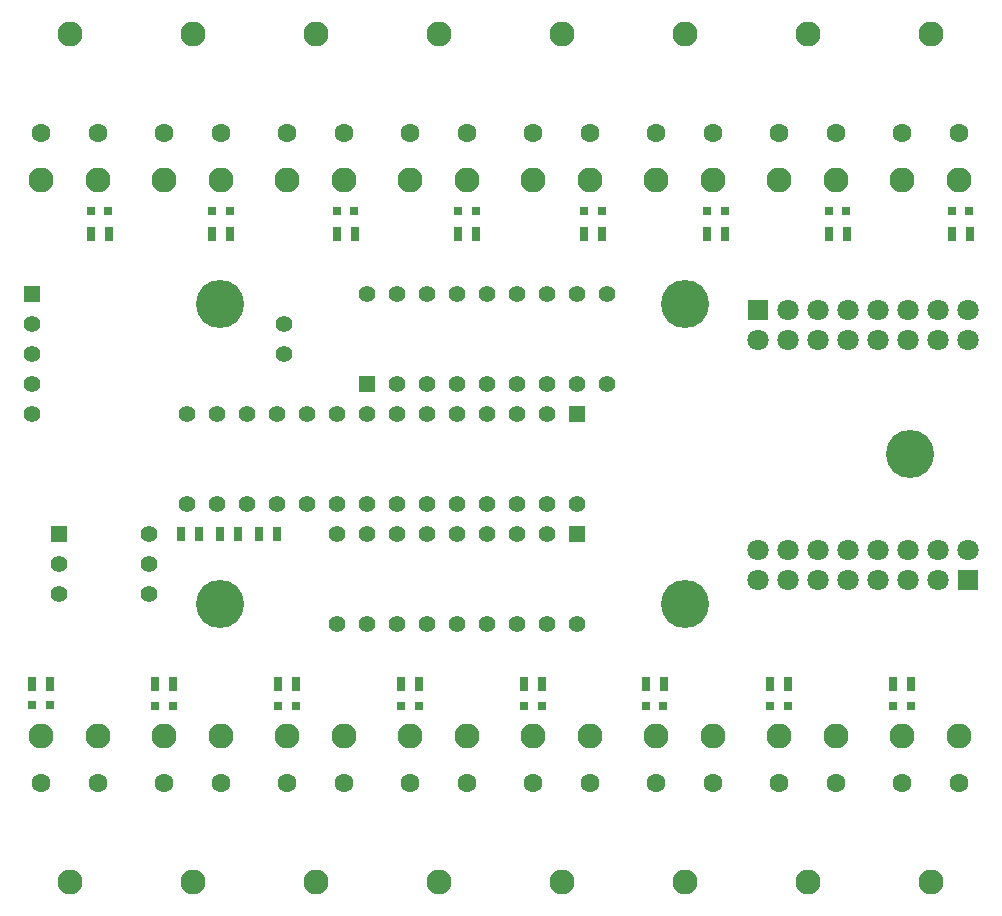
<source format=gts>
G04 (created by PCBNEW (2013-07-07 BZR 4022)-stable) date 3/14/2014 4:09:09 PM*
%MOIN*%
G04 Gerber Fmt 3.4, Leading zero omitted, Abs format*
%FSLAX34Y34*%
G01*
G70*
G90*
G04 APERTURE LIST*
%ADD10C,0.00590551*%
%ADD11R,0.025X0.045*%
%ADD12R,0.055X0.055*%
%ADD13C,0.055*%
%ADD14R,0.0314X0.0314*%
%ADD15C,0.083*%
%ADD16C,0.063*%
%ADD17R,0.0708661X0.0708661*%
%ADD18C,0.0708661*%
%ADD19C,0.16*%
G04 APERTURE END LIST*
G54D10*
G54D11*
X62750Y-35500D03*
X63350Y-35500D03*
X58650Y-35500D03*
X59250Y-35500D03*
X66800Y-35500D03*
X67400Y-35500D03*
X46250Y-35500D03*
X46850Y-35500D03*
X61300Y-50500D03*
X60700Y-50500D03*
X49050Y-50500D03*
X48450Y-50500D03*
X44950Y-50500D03*
X44350Y-50500D03*
X50400Y-35500D03*
X51000Y-35500D03*
X65450Y-50500D03*
X64850Y-50500D03*
X70900Y-35500D03*
X71500Y-35500D03*
X47800Y-45500D03*
X48400Y-45500D03*
X45200Y-45500D03*
X45800Y-45500D03*
X46500Y-45500D03*
X47100Y-45500D03*
X54450Y-35500D03*
X55050Y-35500D03*
X69550Y-50500D03*
X68950Y-50500D03*
X40250Y-50500D03*
X40850Y-50500D03*
X53150Y-50500D03*
X52550Y-50500D03*
X42200Y-35500D03*
X42800Y-35500D03*
X57250Y-50500D03*
X56650Y-50500D03*
G54D12*
X40250Y-37500D03*
G54D13*
X40250Y-38500D03*
X40250Y-39500D03*
X40250Y-40500D03*
X40250Y-41500D03*
G54D14*
X40255Y-51200D03*
X40845Y-51200D03*
X55045Y-34750D03*
X54455Y-34750D03*
X50995Y-34750D03*
X50405Y-34750D03*
X67395Y-34750D03*
X66805Y-34750D03*
X56655Y-51250D03*
X57245Y-51250D03*
X71495Y-34750D03*
X70905Y-34750D03*
X44355Y-51250D03*
X44945Y-51250D03*
X68955Y-51250D03*
X69545Y-51250D03*
X52555Y-51250D03*
X53145Y-51250D03*
X42795Y-34750D03*
X42205Y-34750D03*
X59245Y-34750D03*
X58655Y-34750D03*
X64855Y-51250D03*
X65445Y-51250D03*
X48455Y-51250D03*
X49045Y-51250D03*
X46845Y-34750D03*
X46255Y-34750D03*
X63345Y-34750D03*
X62755Y-34750D03*
X60705Y-51250D03*
X61295Y-51250D03*
G54D12*
X41150Y-45500D03*
G54D13*
X41150Y-46500D03*
X41150Y-47500D03*
X44150Y-47500D03*
X44150Y-46500D03*
X44150Y-45500D03*
X57400Y-41500D03*
X56400Y-41500D03*
X55400Y-41500D03*
X54400Y-41500D03*
X53400Y-41500D03*
X52400Y-41500D03*
X51400Y-41500D03*
X50400Y-41500D03*
X49400Y-41500D03*
X48400Y-41500D03*
X47400Y-41500D03*
X46400Y-41500D03*
X45400Y-41500D03*
G54D12*
X58400Y-41500D03*
G54D13*
X45400Y-44500D03*
X46400Y-44500D03*
X47400Y-44500D03*
X48400Y-44500D03*
X49400Y-44500D03*
X50400Y-44500D03*
X51400Y-44500D03*
X52400Y-44500D03*
X53400Y-44500D03*
X54400Y-44500D03*
X55400Y-44500D03*
X56400Y-44500D03*
X57400Y-44500D03*
X58400Y-44500D03*
G54D12*
X51400Y-40500D03*
G54D13*
X52400Y-40500D03*
X53400Y-40500D03*
X54400Y-40500D03*
X55400Y-40500D03*
X56400Y-40500D03*
X57400Y-40500D03*
X58400Y-40500D03*
X59400Y-40500D03*
X59400Y-37500D03*
X58400Y-37500D03*
X57400Y-37500D03*
X56400Y-37500D03*
X55400Y-37500D03*
X54400Y-37500D03*
X53400Y-37500D03*
X52400Y-37500D03*
X51400Y-37500D03*
G54D12*
X58400Y-45500D03*
G54D13*
X57400Y-45500D03*
X56400Y-45500D03*
X55400Y-45500D03*
X54400Y-45500D03*
X53400Y-45500D03*
X52400Y-45500D03*
X51400Y-45500D03*
X50400Y-45500D03*
X50400Y-48500D03*
X51400Y-48500D03*
X52400Y-48500D03*
X53400Y-48500D03*
X54400Y-48500D03*
X55400Y-48500D03*
X56400Y-48500D03*
X57400Y-48500D03*
X58400Y-48500D03*
X48650Y-39500D03*
X48650Y-38500D03*
G54D15*
X41500Y-28850D03*
G54D16*
X40550Y-32150D03*
X42450Y-32150D03*
G54D15*
X40550Y-33720D03*
X42450Y-33720D03*
X45600Y-28850D03*
G54D16*
X44650Y-32150D03*
X46550Y-32150D03*
G54D15*
X44650Y-33720D03*
X46550Y-33720D03*
X49700Y-28850D03*
G54D16*
X48750Y-32150D03*
X50650Y-32150D03*
G54D15*
X48750Y-33720D03*
X50650Y-33720D03*
X53800Y-28850D03*
G54D16*
X52850Y-32150D03*
X54750Y-32150D03*
G54D15*
X52850Y-33720D03*
X54750Y-33720D03*
X57900Y-28850D03*
G54D16*
X56950Y-32150D03*
X58850Y-32150D03*
G54D15*
X56950Y-33720D03*
X58850Y-33720D03*
X62000Y-28850D03*
G54D16*
X61050Y-32150D03*
X62950Y-32150D03*
G54D15*
X61050Y-33720D03*
X62950Y-33720D03*
X66100Y-28850D03*
G54D16*
X65150Y-32150D03*
X67050Y-32150D03*
G54D15*
X65150Y-33720D03*
X67050Y-33720D03*
X70200Y-28850D03*
G54D16*
X69250Y-32150D03*
X71150Y-32150D03*
G54D15*
X69250Y-33720D03*
X71150Y-33720D03*
X41500Y-57100D03*
G54D16*
X42450Y-53800D03*
X40550Y-53800D03*
G54D15*
X42450Y-52230D03*
X40550Y-52230D03*
X45600Y-57100D03*
G54D16*
X46550Y-53800D03*
X44650Y-53800D03*
G54D15*
X46550Y-52230D03*
X44650Y-52230D03*
X49700Y-57100D03*
G54D16*
X50650Y-53800D03*
X48750Y-53800D03*
G54D15*
X50650Y-52230D03*
X48750Y-52230D03*
X53800Y-57100D03*
G54D16*
X54750Y-53800D03*
X52850Y-53800D03*
G54D15*
X54750Y-52230D03*
X52850Y-52230D03*
X57900Y-57100D03*
G54D16*
X58850Y-53800D03*
X56950Y-53800D03*
G54D15*
X58850Y-52230D03*
X56950Y-52230D03*
X62000Y-57100D03*
G54D16*
X62950Y-53800D03*
X61050Y-53800D03*
G54D15*
X62950Y-52230D03*
X61050Y-52230D03*
X66100Y-57100D03*
G54D16*
X67050Y-53800D03*
X65150Y-53800D03*
G54D15*
X67050Y-52230D03*
X65150Y-52230D03*
X70200Y-57100D03*
G54D16*
X71150Y-53800D03*
X69250Y-53800D03*
G54D15*
X71150Y-52230D03*
X69250Y-52230D03*
G54D17*
X71450Y-47050D03*
G54D18*
X71450Y-46050D03*
X70450Y-47050D03*
X70450Y-46050D03*
X69450Y-47050D03*
X69450Y-46050D03*
X68450Y-47050D03*
X68450Y-46050D03*
X67450Y-47050D03*
X67450Y-46050D03*
X66450Y-47050D03*
X66450Y-46050D03*
X65450Y-47050D03*
X65450Y-46050D03*
X64450Y-47050D03*
X64450Y-46050D03*
G54D17*
X64450Y-38050D03*
G54D18*
X64450Y-39050D03*
X65450Y-38050D03*
X65450Y-39050D03*
X66450Y-38050D03*
X66450Y-39050D03*
X67450Y-38050D03*
X67450Y-39050D03*
X68450Y-38050D03*
X68450Y-39050D03*
X69450Y-38050D03*
X69450Y-39050D03*
X70450Y-38050D03*
X70450Y-39050D03*
X71450Y-38050D03*
X71450Y-39050D03*
G54D19*
X46500Y-47850D03*
X46500Y-37850D03*
X62000Y-37850D03*
X62000Y-47850D03*
X69500Y-42850D03*
M02*

</source>
